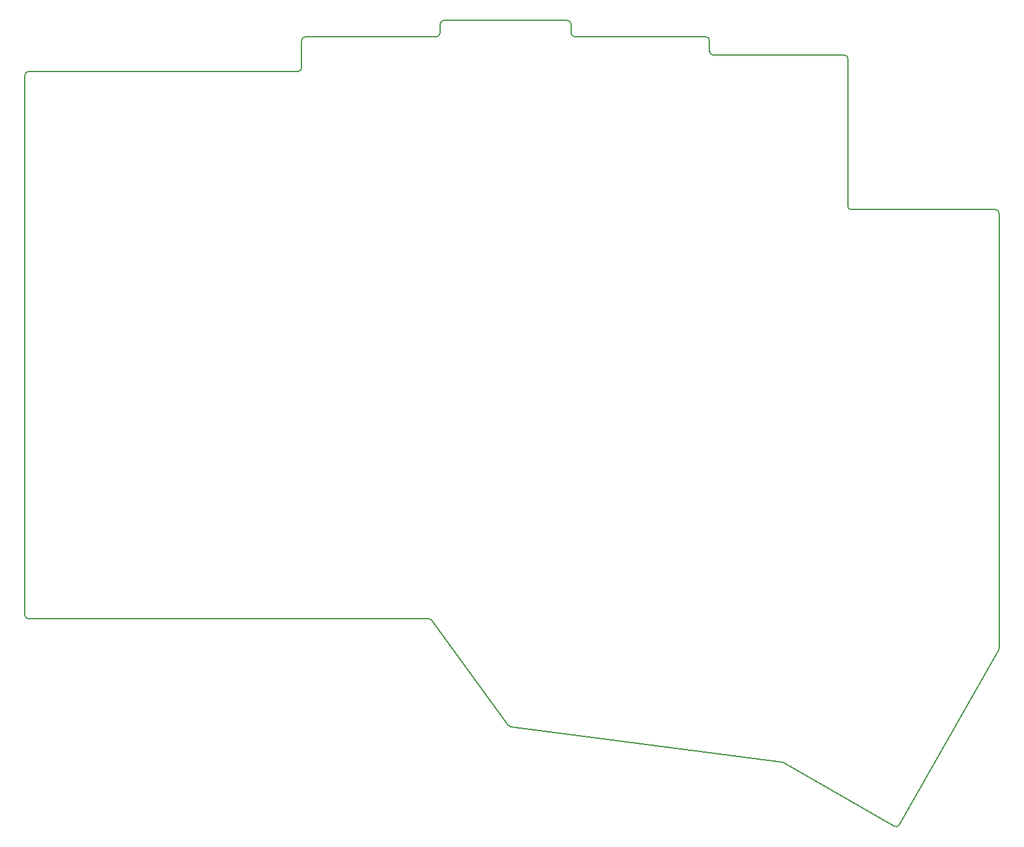
<source format=gm1>
G04 #@! TF.GenerationSoftware,KiCad,Pcbnew,8.0.8+1*
G04 #@! TF.CreationDate,2025-03-02T13:35:21+00:00*
G04 #@! TF.ProjectId,zeph_wireless_autorouted,7a657068-5f77-4697-9265-6c6573735f61,0.2*
G04 #@! TF.SameCoordinates,Original*
G04 #@! TF.FileFunction,Profile,NP*
%FSLAX46Y46*%
G04 Gerber Fmt 4.6, Leading zero omitted, Abs format (unit mm)*
G04 Created by KiCad (PCBNEW 8.0.8+1) date 2025-03-02 13:35:21*
%MOMM*%
%LPD*%
G01*
G04 APERTURE LIST*
G04 #@! TA.AperFunction,Profile*
%ADD10C,0.150000*%
G04 #@! TD*
G04 APERTURE END LIST*
D10*
X156258589Y-123427964D02*
G75*
G02*
X155918613Y-123225562I64911J495764D01*
G01*
X147315000Y-28909500D02*
X163843000Y-28909500D01*
X146815000Y-30602500D02*
X146815000Y-29409500D01*
X146815000Y-30602500D02*
G75*
G02*
X146315000Y-31102500I-500000J0D01*
G01*
X182343000Y-31102500D02*
G75*
G02*
X182843000Y-31602500I0J-500000D01*
G01*
X192592389Y-128184877D02*
G75*
G02*
X192777482Y-128247633I-64789J-495423D01*
G01*
X164843000Y-31102500D02*
G75*
G02*
X164343000Y-30602500I0J500000D01*
G01*
X207528025Y-136763864D02*
X192777482Y-128247634D01*
X201818604Y-54227500D02*
X221068000Y-54227500D01*
X163843000Y-28909500D02*
G75*
G02*
X164343000Y-29409500I0J-500000D01*
G01*
X183342959Y-33533041D02*
G75*
G02*
X182843059Y-33033041I41J499941D01*
G01*
X201818604Y-54227500D02*
G75*
G02*
X201318600Y-53726896I-4J500000D01*
G01*
X128315000Y-31602500D02*
G75*
G02*
X128815000Y-31102500I500000J0D01*
G01*
X200842436Y-33534459D02*
G75*
G02*
X201342341Y-34035064I-36J-499941D01*
G01*
X146815000Y-29409500D02*
G75*
G02*
X147315000Y-28909500I500000J0D01*
G01*
X128815000Y-31102500D02*
X146315000Y-31102500D01*
X145352317Y-108995012D02*
G75*
G02*
X145757264Y-109201614I-17J-500188D01*
G01*
X221068000Y-54227500D02*
G75*
G02*
X221568000Y-54727500I0J-500000D01*
G01*
X201342395Y-34035063D02*
X201318605Y-53726896D01*
X221253000Y-113634096D02*
X208212721Y-136577913D01*
X91817009Y-108997477D02*
G75*
G02*
X91316923Y-108497491I-9J500077D01*
G01*
X183342959Y-33533041D02*
X200842436Y-33534459D01*
X221568000Y-112954525D02*
G75*
G02*
X221501025Y-113204532I-500200J25D01*
G01*
X192592389Y-128184877D02*
X156258589Y-123427964D01*
X164843000Y-31102500D02*
X182343000Y-31102500D01*
X91315014Y-36227500D02*
G75*
G02*
X91815000Y-35727514I499986J0D01*
G01*
X155918609Y-123225565D02*
X145757227Y-109201641D01*
X128315000Y-35226514D02*
G75*
G02*
X127815013Y-35726500I-500000J14D01*
G01*
X182843000Y-31602500D02*
X182843000Y-33033041D01*
X164343000Y-29409500D02*
X164343000Y-30602500D01*
X128315000Y-35226514D02*
X128315000Y-31602500D01*
X145352317Y-108995012D02*
X91817009Y-108997477D01*
X208212721Y-136577914D02*
G75*
G02*
X207528017Y-136763878I-434721J247114D01*
G01*
X91316986Y-108497491D02*
X91315014Y-36227500D01*
X221568000Y-54727500D02*
X221568000Y-112954525D01*
X91815000Y-35727486D02*
X127815014Y-35726514D01*
X221501013Y-113204525D02*
X221253000Y-113634096D01*
M02*

</source>
